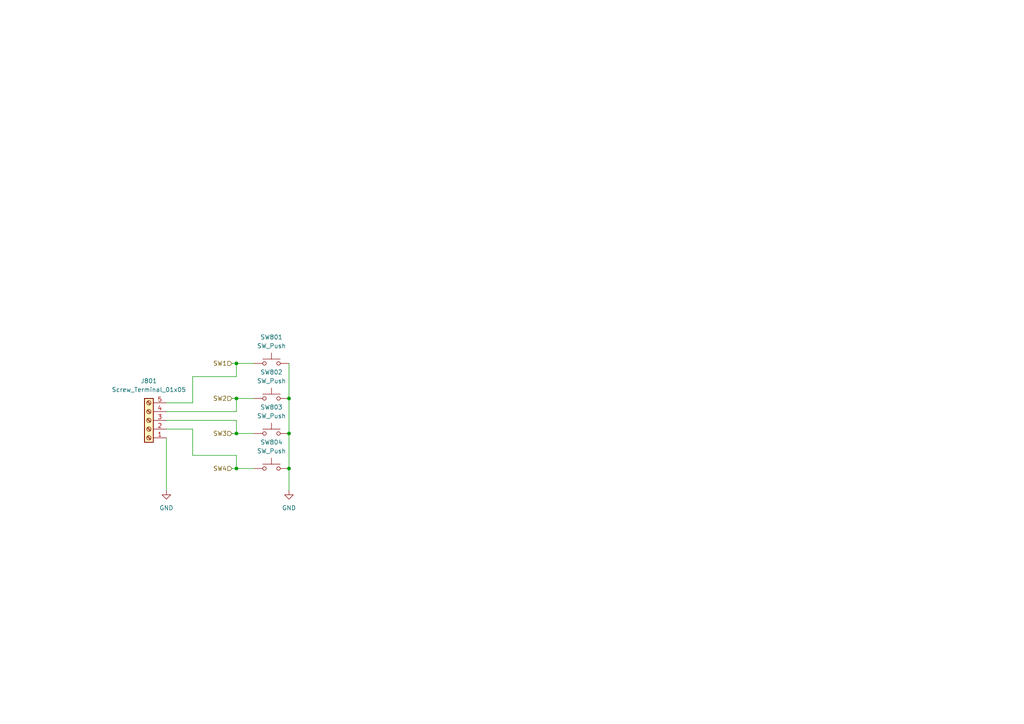
<source format=kicad_sch>
(kicad_sch (version 20230121) (generator eeschema)
  (paper "A4")
  (lib_symbols
    (symbol "Connector:Screw_Terminal_01x05" (pin_names (offset 1.016) hide)
      (property "Reference" "J" (at 0 7.62 0))
      (property "Value" "Screw_Terminal_01x05" (at 0 -7.62 0))
      (symbol "Screw_Terminal_01x05_1_1"
        (rectangle (start -1.27 6.35) (end 1.27 -6.35) (stroke (width 0.254)) (fill (type background)))
        (circle (center 0 -5.08) (radius 0.635) (stroke (width 0.1524)))
        (circle (center 0 -2.54) (radius 0.635) (stroke (width 0.1524)))
        (polyline (pts (xy -0.5334 -4.7498) (xy 0.3302 -5.588)) (stroke (width 0.1524)))
        (polyline (pts (xy -0.5334 -2.2098) (xy 0.3302 -3.048)) (stroke (width 0.1524)))
        (polyline (pts (xy -0.5334 0.3302) (xy 0.3302 -0.508)) (stroke (width 0.1524)))
        (polyline (pts (xy -0.5334 2.8702) (xy 0.3302 2.032)) (stroke (width 0.1524)))
        (polyline (pts (xy -0.5334 5.4102) (xy 0.3302 4.572)) (stroke (width 0.1524)))
        (polyline (pts (xy -0.3556 -4.572) (xy 0.508 -5.4102)) (stroke (width 0.1524)))
        (polyline (pts (xy -0.3556 -2.032) (xy 0.508 -2.8702)) (stroke (width 0.1524)))
        (polyline (pts (xy -0.3556 0.508) (xy 0.508 -0.3302)) (stroke (width 0.1524)))
        (polyline (pts (xy -0.3556 3.048) (xy 0.508 2.2098)) (stroke (width 0.1524)))
        (polyline (pts (xy -0.3556 5.588) (xy 0.508 4.7498)) (stroke (width 0.1524)))
        (circle (center 0 0) (radius 0.635) (stroke (width 0.1524)))
        (circle (center 0 2.54) (radius 0.635) (stroke (width 0.1524)))
        (circle (center 0 5.08) (radius 0.635) (stroke (width 0.1524)))
        (pin passive line (at -5.08 5.08 0) (length 3.81) (name "Pin_1") (number "1"))
        (pin passive line (at -5.08 2.54 0) (length 3.81) (name "Pin_2") (number "2"))
        (pin passive line (at -5.08 0 0) (length 3.81) (name "Pin_3") (number "3"))
        (pin passive line (at -5.08 -2.54 0) (length 3.81) (name "Pin_4") (number "4"))
        (pin passive line (at -5.08 -5.08 0) (length 3.81) (name "Pin_5") (number "5"))
      )
    )
    (symbol "custom_kicad_lib_sk:tactile_SMD_6mm" (pin_numbers hide) (pin_names (offset 1.016) hide)
      (property "Reference" "SW" (at 1.27 2.54 0))
      (property "Value" "SW_Push" (at 0 -1.524 0))
      (symbol "tactile_SMD_6mm_0_1"
        (circle (center -2.032 0) (radius 0.508))
        (polyline (pts (xy 0 1.27) (xy 0 3.048)))
        (polyline (pts (xy 2.54 1.27) (xy -2.54 1.27)))
        (circle (center 2.032 0) (radius 0.508))
        (pin passive line (at -5.08 0 0) (length 2.54) (name "1") (number "1"))
        (pin passive line (at 5.08 0 180) (length 2.54) (name "2") (number "2"))
      )
    )
    (symbol "power:GND" (power) (pin_names (offset 0))
      (property "Value" "GND" (at 0 -3.81 0))
      (symbol "GND_0_1"
        (polyline (pts (xy 0 0) (xy 0 -1.27) (xy 1.27 -1.27) (xy 0 -2.54) (xy -1.27 -1.27) (xy 0 -1.27)))
      )
      (symbol "GND_1_1"
        (pin power_in line (at 0 0 270) (length 0) hide (name "GND") (number "1"))
      )
    )
  )
  (junction (at 68.58 105.41))
  (junction (at 68.58 135.89))
  (junction (at 68.58 115.57))
  (junction (at 83.82 135.89))
  (junction (at 83.82 115.57))
  (junction (at 83.82 125.73))
  (junction (at 68.58 125.73))
  (wire (pts (xy 83.82 115.57) (xy 83.82 125.73)))
  (wire (pts (xy 55.88 124.46) (xy 55.88 132.08)))
  (wire (pts (xy 83.82 135.89) (xy 83.82 142.24)))
  (wire (pts (xy 83.82 105.41) (xy 83.82 115.57)))
  (wire (pts (xy 68.58 119.38) (xy 68.58 115.57)))
  (wire (pts (xy 68.58 115.57) (xy 73.66 115.57)))
  (wire (pts (xy 48.26 116.84) (xy 55.88 116.84)))
  (wire (pts (xy 68.58 132.08) (xy 68.58 135.89)))
  (wire (pts (xy 67.31 125.73) (xy 68.58 125.73)))
  (wire (pts (xy 67.31 135.89) (xy 68.58 135.89)))
  (wire (pts (xy 67.31 105.41) (xy 68.58 105.41)))
  (wire (pts (xy 67.31 115.57) (xy 68.58 115.57)))
  (wire (pts (xy 83.82 125.73) (xy 83.82 135.89)))
  (wire (pts (xy 48.26 127) (xy 48.26 142.24)))
  (wire (pts (xy 68.58 135.89) (xy 73.66 135.89)))
  (wire (pts (xy 48.26 119.38) (xy 68.58 119.38)))
  (wire (pts (xy 68.58 105.41) (xy 73.66 105.41)))
  (wire (pts (xy 55.88 132.08) (xy 68.58 132.08)))
  (wire (pts (xy 55.88 109.22) (xy 68.58 109.22)))
  (wire (pts (xy 48.26 124.46) (xy 55.88 124.46)))
  (wire (pts (xy 55.88 116.84) (xy 55.88 109.22)))
  (wire (pts (xy 68.58 125.73) (xy 73.66 125.73)))
  (wire (pts (xy 48.26 121.92) (xy 68.58 121.92)))
  (wire (pts (xy 68.58 121.92) (xy 68.58 125.73)))
  (wire (pts (xy 68.58 109.22) (xy 68.58 105.41)))
  (hierarchical_label "SW1" (shape input) (at 67.31 105.41 180))
  (hierarchical_label "SW4" (shape input) (at 67.31 135.89 180))
  (hierarchical_label "SW2" (shape input) (at 67.31 115.57 180))
  (hierarchical_label "SW3" (shape input) (at 67.31 125.73 180))
  (symbol (lib_id "power:GND") (at 83.82 142.24 0) (unit 1)
    (property "Reference" "#PWR0801" (effects hide))
    (property "Value" "GND" (at 83.82 147.32 0))
  )
  (symbol (lib_id "custom_kicad_lib_sk:tactile_SMD_6mm") (at 78.74 125.73 0) (unit 1)
    (property "Reference" "SW803" (at 78.74 118.11 0))
    (property "Value" "SW_Push" (at 78.74 120.65 0))
    (property "Footprint" "custom_kicad_lib_sk:tactile_SMD_6mm" (effects hide))
    (property "JLCPCB Part#" "C294567" (effects hide))
  )
  (symbol (lib_id "power:GND") (at 48.26 142.24 0) (unit 1)
    (property "Reference" "#PWR0802" (effects hide))
    (property "Value" "GND" (at 48.26 147.32 0))
  )
  (symbol (lib_id "custom_kicad_lib_sk:tactile_SMD_6mm") (at 78.74 105.41 0) (unit 1)
    (property "Reference" "SW801" (at 78.74 97.79 0))
    (property "Value" "SW_Push" (at 78.74 100.33 0))
    (property "Footprint" "custom_kicad_lib_sk:tactile_SMD_6mm" (effects hide))
    (property "JLCPCB Part#" "C294567" (effects hide))
  )
  (symbol (lib_id "custom_kicad_lib_sk:tactile_SMD_6mm") (at 78.74 135.89 0) (unit 1)
    (property "Reference" "SW804" (at 78.74 128.27 0))
    (property "Value" "SW_Push" (at 78.74 130.81 0))
    (property "Footprint" "custom_kicad_lib_sk:tactile_SMD_6mm" (effects hide))
    (property "JLCPCB Part#" "C294567" (effects hide))
  )
  (symbol (lib_id "Connector:Screw_Terminal_01x05") (at 43.18 121.92 180) (unit 1)
    (property "Reference" "J801" (at 43.18 110.49 0))
    (property "Value" "Screw_Terminal_01x05" (at 43.18 113.03 0))
    (property "Footprint" "TerminalBlock_Phoenix:TerminalBlock_Phoenix_MKDS-1,5-5-5.08_1x05_P5.08mm_Horizontal" (effects hide))
  )
  (symbol (lib_id "custom_kicad_lib_sk:tactile_SMD_6mm") (at 78.74 115.57 0) (unit 1)
    (property "Reference" "SW802" (at 78.74 107.95 0))
    (property "Value" "SW_Push" (at 78.74 110.49 0))
    (property "Footprint" "custom_kicad_lib_sk:tactile_SMD_6mm" (effects hide))
    (property "JLCPCB Part#" "C294567" (effects hide))
  )
)
</source>
